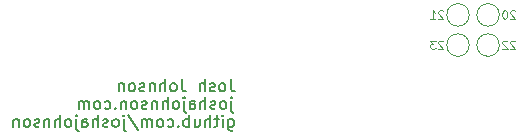
<source format=gbr>
G04 #@! TF.GenerationSoftware,KiCad,Pcbnew,(5.1.2)-1*
G04 #@! TF.CreationDate,2019-07-17T10:41:17+10:00*
G04 #@! TF.ProjectId,iCE40-fpga,69434534-302d-4667-9067-612e6b696361,rev?*
G04 #@! TF.SameCoordinates,Original*
G04 #@! TF.FileFunction,Legend,Bot*
G04 #@! TF.FilePolarity,Positive*
%FSLAX46Y46*%
G04 Gerber Fmt 4.6, Leading zero omitted, Abs format (unit mm)*
G04 Created by KiCad (PCBNEW (5.1.2)-1) date 2019-07-17 10:41:17*
%MOMM*%
%LPD*%
G04 APERTURE LIST*
%ADD10C,0.120000*%
%ADD11C,0.125000*%
%ADD12C,0.150000*%
G04 APERTURE END LIST*
D10*
X69850000Y-32550000D02*
G75*
G03X69850000Y-32550000I-950000J0D01*
G01*
X69850000Y-35100000D02*
G75*
G03X69850000Y-35100000I-950000J0D01*
G01*
X72400000Y-32550000D02*
G75*
G03X72400000Y-32550000I-950000J0D01*
G01*
X72400000Y-35100000D02*
G75*
G03X72400000Y-35100000I-950000J0D01*
G01*
D11*
X67633333Y-32233333D02*
X67600000Y-32200000D01*
X67533333Y-32166666D01*
X67366666Y-32166666D01*
X67300000Y-32200000D01*
X67266666Y-32233333D01*
X67233333Y-32300000D01*
X67233333Y-32366666D01*
X67266666Y-32466666D01*
X67666666Y-32866666D01*
X67233333Y-32866666D01*
X66566666Y-32866666D02*
X66966666Y-32866666D01*
X66766666Y-32866666D02*
X66766666Y-32166666D01*
X66833333Y-32266666D01*
X66900000Y-32333333D01*
X66966666Y-32366666D01*
X67633333Y-34783333D02*
X67600000Y-34750000D01*
X67533333Y-34716666D01*
X67366666Y-34716666D01*
X67300000Y-34750000D01*
X67266666Y-34783333D01*
X67233333Y-34850000D01*
X67233333Y-34916666D01*
X67266666Y-35016666D01*
X67666666Y-35416666D01*
X67233333Y-35416666D01*
X67000000Y-34716666D02*
X66566666Y-34716666D01*
X66800000Y-34983333D01*
X66700000Y-34983333D01*
X66633333Y-35016666D01*
X66600000Y-35050000D01*
X66566666Y-35116666D01*
X66566666Y-35283333D01*
X66600000Y-35350000D01*
X66633333Y-35383333D01*
X66700000Y-35416666D01*
X66900000Y-35416666D01*
X66966666Y-35383333D01*
X67000000Y-35350000D01*
X73733333Y-32233333D02*
X73700000Y-32200000D01*
X73633333Y-32166666D01*
X73466666Y-32166666D01*
X73400000Y-32200000D01*
X73366666Y-32233333D01*
X73333333Y-32300000D01*
X73333333Y-32366666D01*
X73366666Y-32466666D01*
X73766666Y-32866666D01*
X73333333Y-32866666D01*
X72900000Y-32166666D02*
X72833333Y-32166666D01*
X72766666Y-32200000D01*
X72733333Y-32233333D01*
X72700000Y-32300000D01*
X72666666Y-32433333D01*
X72666666Y-32600000D01*
X72700000Y-32733333D01*
X72733333Y-32800000D01*
X72766666Y-32833333D01*
X72833333Y-32866666D01*
X72900000Y-32866666D01*
X72966666Y-32833333D01*
X73000000Y-32800000D01*
X73033333Y-32733333D01*
X73066666Y-32600000D01*
X73066666Y-32433333D01*
X73033333Y-32300000D01*
X73000000Y-32233333D01*
X72966666Y-32200000D01*
X72900000Y-32166666D01*
X73733333Y-34783333D02*
X73700000Y-34750000D01*
X73633333Y-34716666D01*
X73466666Y-34716666D01*
X73400000Y-34750000D01*
X73366666Y-34783333D01*
X73333333Y-34850000D01*
X73333333Y-34916666D01*
X73366666Y-35016666D01*
X73766666Y-35416666D01*
X73333333Y-35416666D01*
X73066666Y-34783333D02*
X73033333Y-34750000D01*
X72966666Y-34716666D01*
X72800000Y-34716666D01*
X72733333Y-34750000D01*
X72700000Y-34783333D01*
X72666666Y-34850000D01*
X72666666Y-34916666D01*
X72700000Y-35016666D01*
X73100000Y-35416666D01*
X72666666Y-35416666D01*
D12*
X49457352Y-41367714D02*
X49457352Y-42177238D01*
X49504971Y-42272476D01*
X49552590Y-42320095D01*
X49647828Y-42367714D01*
X49790685Y-42367714D01*
X49885923Y-42320095D01*
X49457352Y-41986761D02*
X49552590Y-42034380D01*
X49743066Y-42034380D01*
X49838304Y-41986761D01*
X49885923Y-41939142D01*
X49933542Y-41843904D01*
X49933542Y-41558190D01*
X49885923Y-41462952D01*
X49838304Y-41415333D01*
X49743066Y-41367714D01*
X49552590Y-41367714D01*
X49457352Y-41415333D01*
X48981161Y-42034380D02*
X48981161Y-41367714D01*
X48981161Y-41034380D02*
X49028780Y-41082000D01*
X48981161Y-41129619D01*
X48933542Y-41082000D01*
X48981161Y-41034380D01*
X48981161Y-41129619D01*
X48647828Y-41367714D02*
X48266876Y-41367714D01*
X48504971Y-41034380D02*
X48504971Y-41891523D01*
X48457352Y-41986761D01*
X48362114Y-42034380D01*
X48266876Y-42034380D01*
X47933542Y-42034380D02*
X47933542Y-41034380D01*
X47504971Y-42034380D02*
X47504971Y-41510571D01*
X47552590Y-41415333D01*
X47647828Y-41367714D01*
X47790685Y-41367714D01*
X47885923Y-41415333D01*
X47933542Y-41462952D01*
X46600209Y-41367714D02*
X46600209Y-42034380D01*
X47028780Y-41367714D02*
X47028780Y-41891523D01*
X46981161Y-41986761D01*
X46885923Y-42034380D01*
X46743066Y-42034380D01*
X46647828Y-41986761D01*
X46600209Y-41939142D01*
X46124019Y-42034380D02*
X46124019Y-41034380D01*
X46124019Y-41415333D02*
X46028780Y-41367714D01*
X45838304Y-41367714D01*
X45743066Y-41415333D01*
X45695447Y-41462952D01*
X45647828Y-41558190D01*
X45647828Y-41843904D01*
X45695447Y-41939142D01*
X45743066Y-41986761D01*
X45838304Y-42034380D01*
X46028780Y-42034380D01*
X46124019Y-41986761D01*
X45219257Y-41939142D02*
X45171638Y-41986761D01*
X45219257Y-42034380D01*
X45266876Y-41986761D01*
X45219257Y-41939142D01*
X45219257Y-42034380D01*
X44314495Y-41986761D02*
X44409733Y-42034380D01*
X44600209Y-42034380D01*
X44695447Y-41986761D01*
X44743066Y-41939142D01*
X44790685Y-41843904D01*
X44790685Y-41558190D01*
X44743066Y-41462952D01*
X44695447Y-41415333D01*
X44600209Y-41367714D01*
X44409733Y-41367714D01*
X44314495Y-41415333D01*
X43743066Y-42034380D02*
X43838304Y-41986761D01*
X43885923Y-41939142D01*
X43933542Y-41843904D01*
X43933542Y-41558190D01*
X43885923Y-41462952D01*
X43838304Y-41415333D01*
X43743066Y-41367714D01*
X43600209Y-41367714D01*
X43504971Y-41415333D01*
X43457352Y-41462952D01*
X43409733Y-41558190D01*
X43409733Y-41843904D01*
X43457352Y-41939142D01*
X43504971Y-41986761D01*
X43600209Y-42034380D01*
X43743066Y-42034380D01*
X42981161Y-42034380D02*
X42981161Y-41367714D01*
X42981161Y-41462952D02*
X42933542Y-41415333D01*
X42838304Y-41367714D01*
X42695447Y-41367714D01*
X42600209Y-41415333D01*
X42552590Y-41510571D01*
X42552590Y-42034380D01*
X42552590Y-41510571D02*
X42504971Y-41415333D01*
X42409733Y-41367714D01*
X42266876Y-41367714D01*
X42171638Y-41415333D01*
X42124019Y-41510571D01*
X42124019Y-42034380D01*
X40933542Y-40986761D02*
X41790685Y-42272476D01*
X40600209Y-41367714D02*
X40600209Y-42224857D01*
X40647828Y-42320095D01*
X40743066Y-42367714D01*
X40790685Y-42367714D01*
X40600209Y-41034380D02*
X40647828Y-41082000D01*
X40600209Y-41129619D01*
X40552590Y-41082000D01*
X40600209Y-41034380D01*
X40600209Y-41129619D01*
X39981161Y-42034380D02*
X40076400Y-41986761D01*
X40124019Y-41939142D01*
X40171638Y-41843904D01*
X40171638Y-41558190D01*
X40124019Y-41462952D01*
X40076400Y-41415333D01*
X39981161Y-41367714D01*
X39838304Y-41367714D01*
X39743066Y-41415333D01*
X39695447Y-41462952D01*
X39647828Y-41558190D01*
X39647828Y-41843904D01*
X39695447Y-41939142D01*
X39743066Y-41986761D01*
X39838304Y-42034380D01*
X39981161Y-42034380D01*
X39266876Y-41986761D02*
X39171638Y-42034380D01*
X38981161Y-42034380D01*
X38885923Y-41986761D01*
X38838304Y-41891523D01*
X38838304Y-41843904D01*
X38885923Y-41748666D01*
X38981161Y-41701047D01*
X39124019Y-41701047D01*
X39219257Y-41653428D01*
X39266876Y-41558190D01*
X39266876Y-41510571D01*
X39219257Y-41415333D01*
X39124019Y-41367714D01*
X38981161Y-41367714D01*
X38885923Y-41415333D01*
X38409733Y-42034380D02*
X38409733Y-41034380D01*
X37981161Y-42034380D02*
X37981161Y-41510571D01*
X38028780Y-41415333D01*
X38124019Y-41367714D01*
X38266876Y-41367714D01*
X38362114Y-41415333D01*
X38409733Y-41462952D01*
X37076400Y-42034380D02*
X37076400Y-41510571D01*
X37124019Y-41415333D01*
X37219257Y-41367714D01*
X37409733Y-41367714D01*
X37504971Y-41415333D01*
X37076400Y-41986761D02*
X37171638Y-42034380D01*
X37409733Y-42034380D01*
X37504971Y-41986761D01*
X37552590Y-41891523D01*
X37552590Y-41796285D01*
X37504971Y-41701047D01*
X37409733Y-41653428D01*
X37171638Y-41653428D01*
X37076400Y-41605809D01*
X36600209Y-41367714D02*
X36600209Y-42224857D01*
X36647828Y-42320095D01*
X36743066Y-42367714D01*
X36790685Y-42367714D01*
X36600209Y-41034380D02*
X36647828Y-41082000D01*
X36600209Y-41129619D01*
X36552590Y-41082000D01*
X36600209Y-41034380D01*
X36600209Y-41129619D01*
X35981161Y-42034380D02*
X36076400Y-41986761D01*
X36124019Y-41939142D01*
X36171638Y-41843904D01*
X36171638Y-41558190D01*
X36124019Y-41462952D01*
X36076400Y-41415333D01*
X35981161Y-41367714D01*
X35838304Y-41367714D01*
X35743066Y-41415333D01*
X35695447Y-41462952D01*
X35647828Y-41558190D01*
X35647828Y-41843904D01*
X35695447Y-41939142D01*
X35743066Y-41986761D01*
X35838304Y-42034380D01*
X35981161Y-42034380D01*
X35219257Y-42034380D02*
X35219257Y-41034380D01*
X34790685Y-42034380D02*
X34790685Y-41510571D01*
X34838304Y-41415333D01*
X34933542Y-41367714D01*
X35076400Y-41367714D01*
X35171638Y-41415333D01*
X35219257Y-41462952D01*
X34314495Y-41367714D02*
X34314495Y-42034380D01*
X34314495Y-41462952D02*
X34266876Y-41415333D01*
X34171638Y-41367714D01*
X34028780Y-41367714D01*
X33933542Y-41415333D01*
X33885923Y-41510571D01*
X33885923Y-42034380D01*
X33457352Y-41986761D02*
X33362114Y-42034380D01*
X33171638Y-42034380D01*
X33076400Y-41986761D01*
X33028780Y-41891523D01*
X33028780Y-41843904D01*
X33076400Y-41748666D01*
X33171638Y-41701047D01*
X33314495Y-41701047D01*
X33409733Y-41653428D01*
X33457352Y-41558190D01*
X33457352Y-41510571D01*
X33409733Y-41415333D01*
X33314495Y-41367714D01*
X33171638Y-41367714D01*
X33076400Y-41415333D01*
X32457352Y-42034380D02*
X32552590Y-41986761D01*
X32600209Y-41939142D01*
X32647828Y-41843904D01*
X32647828Y-41558190D01*
X32600209Y-41462952D01*
X32552590Y-41415333D01*
X32457352Y-41367714D01*
X32314495Y-41367714D01*
X32219257Y-41415333D01*
X32171638Y-41462952D01*
X32124019Y-41558190D01*
X32124019Y-41843904D01*
X32171638Y-41939142D01*
X32219257Y-41986761D01*
X32314495Y-42034380D01*
X32457352Y-42034380D01*
X31695447Y-41367714D02*
X31695447Y-42034380D01*
X31695447Y-41462952D02*
X31647828Y-41415333D01*
X31552590Y-41367714D01*
X31409733Y-41367714D01*
X31314495Y-41415333D01*
X31266876Y-41510571D01*
X31266876Y-42034380D01*
X49702380Y-39835714D02*
X49702380Y-40692857D01*
X49750000Y-40788095D01*
X49845238Y-40835714D01*
X49892857Y-40835714D01*
X49702380Y-39502380D02*
X49750000Y-39550000D01*
X49702380Y-39597619D01*
X49654761Y-39550000D01*
X49702380Y-39502380D01*
X49702380Y-39597619D01*
X49083333Y-40502380D02*
X49178571Y-40454761D01*
X49226190Y-40407142D01*
X49273809Y-40311904D01*
X49273809Y-40026190D01*
X49226190Y-39930952D01*
X49178571Y-39883333D01*
X49083333Y-39835714D01*
X48940476Y-39835714D01*
X48845238Y-39883333D01*
X48797619Y-39930952D01*
X48750000Y-40026190D01*
X48750000Y-40311904D01*
X48797619Y-40407142D01*
X48845238Y-40454761D01*
X48940476Y-40502380D01*
X49083333Y-40502380D01*
X48369047Y-40454761D02*
X48273809Y-40502380D01*
X48083333Y-40502380D01*
X47988095Y-40454761D01*
X47940476Y-40359523D01*
X47940476Y-40311904D01*
X47988095Y-40216666D01*
X48083333Y-40169047D01*
X48226190Y-40169047D01*
X48321428Y-40121428D01*
X48369047Y-40026190D01*
X48369047Y-39978571D01*
X48321428Y-39883333D01*
X48226190Y-39835714D01*
X48083333Y-39835714D01*
X47988095Y-39883333D01*
X47511904Y-40502380D02*
X47511904Y-39502380D01*
X47083333Y-40502380D02*
X47083333Y-39978571D01*
X47130952Y-39883333D01*
X47226190Y-39835714D01*
X47369047Y-39835714D01*
X47464285Y-39883333D01*
X47511904Y-39930952D01*
X46178571Y-40502380D02*
X46178571Y-39978571D01*
X46226190Y-39883333D01*
X46321428Y-39835714D01*
X46511904Y-39835714D01*
X46607142Y-39883333D01*
X46178571Y-40454761D02*
X46273809Y-40502380D01*
X46511904Y-40502380D01*
X46607142Y-40454761D01*
X46654761Y-40359523D01*
X46654761Y-40264285D01*
X46607142Y-40169047D01*
X46511904Y-40121428D01*
X46273809Y-40121428D01*
X46178571Y-40073809D01*
X45702380Y-39835714D02*
X45702380Y-40692857D01*
X45750000Y-40788095D01*
X45845238Y-40835714D01*
X45892857Y-40835714D01*
X45702380Y-39502380D02*
X45750000Y-39550000D01*
X45702380Y-39597619D01*
X45654761Y-39550000D01*
X45702380Y-39502380D01*
X45702380Y-39597619D01*
X45083333Y-40502380D02*
X45178571Y-40454761D01*
X45226190Y-40407142D01*
X45273809Y-40311904D01*
X45273809Y-40026190D01*
X45226190Y-39930952D01*
X45178571Y-39883333D01*
X45083333Y-39835714D01*
X44940476Y-39835714D01*
X44845238Y-39883333D01*
X44797619Y-39930952D01*
X44750000Y-40026190D01*
X44750000Y-40311904D01*
X44797619Y-40407142D01*
X44845238Y-40454761D01*
X44940476Y-40502380D01*
X45083333Y-40502380D01*
X44321428Y-40502380D02*
X44321428Y-39502380D01*
X43892857Y-40502380D02*
X43892857Y-39978571D01*
X43940476Y-39883333D01*
X44035714Y-39835714D01*
X44178571Y-39835714D01*
X44273809Y-39883333D01*
X44321428Y-39930952D01*
X43416666Y-39835714D02*
X43416666Y-40502380D01*
X43416666Y-39930952D02*
X43369047Y-39883333D01*
X43273809Y-39835714D01*
X43130952Y-39835714D01*
X43035714Y-39883333D01*
X42988095Y-39978571D01*
X42988095Y-40502380D01*
X42559523Y-40454761D02*
X42464285Y-40502380D01*
X42273809Y-40502380D01*
X42178571Y-40454761D01*
X42130952Y-40359523D01*
X42130952Y-40311904D01*
X42178571Y-40216666D01*
X42273809Y-40169047D01*
X42416666Y-40169047D01*
X42511904Y-40121428D01*
X42559523Y-40026190D01*
X42559523Y-39978571D01*
X42511904Y-39883333D01*
X42416666Y-39835714D01*
X42273809Y-39835714D01*
X42178571Y-39883333D01*
X41559523Y-40502380D02*
X41654761Y-40454761D01*
X41702380Y-40407142D01*
X41750000Y-40311904D01*
X41750000Y-40026190D01*
X41702380Y-39930952D01*
X41654761Y-39883333D01*
X41559523Y-39835714D01*
X41416666Y-39835714D01*
X41321428Y-39883333D01*
X41273809Y-39930952D01*
X41226190Y-40026190D01*
X41226190Y-40311904D01*
X41273809Y-40407142D01*
X41321428Y-40454761D01*
X41416666Y-40502380D01*
X41559523Y-40502380D01*
X40797619Y-39835714D02*
X40797619Y-40502380D01*
X40797619Y-39930952D02*
X40750000Y-39883333D01*
X40654761Y-39835714D01*
X40511904Y-39835714D01*
X40416666Y-39883333D01*
X40369047Y-39978571D01*
X40369047Y-40502380D01*
X39892857Y-40407142D02*
X39845238Y-40454761D01*
X39892857Y-40502380D01*
X39940476Y-40454761D01*
X39892857Y-40407142D01*
X39892857Y-40502380D01*
X38988095Y-40454761D02*
X39083333Y-40502380D01*
X39273809Y-40502380D01*
X39369047Y-40454761D01*
X39416666Y-40407142D01*
X39464285Y-40311904D01*
X39464285Y-40026190D01*
X39416666Y-39930952D01*
X39369047Y-39883333D01*
X39273809Y-39835714D01*
X39083333Y-39835714D01*
X38988095Y-39883333D01*
X38416666Y-40502380D02*
X38511904Y-40454761D01*
X38559523Y-40407142D01*
X38607142Y-40311904D01*
X38607142Y-40026190D01*
X38559523Y-39930952D01*
X38511904Y-39883333D01*
X38416666Y-39835714D01*
X38273809Y-39835714D01*
X38178571Y-39883333D01*
X38130952Y-39930952D01*
X38083333Y-40026190D01*
X38083333Y-40311904D01*
X38130952Y-40407142D01*
X38178571Y-40454761D01*
X38273809Y-40502380D01*
X38416666Y-40502380D01*
X37654761Y-40502380D02*
X37654761Y-39835714D01*
X37654761Y-39930952D02*
X37607142Y-39883333D01*
X37511904Y-39835714D01*
X37369047Y-39835714D01*
X37273809Y-39883333D01*
X37226190Y-39978571D01*
X37226190Y-40502380D01*
X37226190Y-39978571D02*
X37178571Y-39883333D01*
X37083333Y-39835714D01*
X36940476Y-39835714D01*
X36845238Y-39883333D01*
X36797619Y-39978571D01*
X36797619Y-40502380D01*
X49645238Y-38002380D02*
X49645238Y-38716666D01*
X49692857Y-38859523D01*
X49788095Y-38954761D01*
X49930952Y-39002380D01*
X50026190Y-39002380D01*
X49026190Y-39002380D02*
X49121428Y-38954761D01*
X49169047Y-38907142D01*
X49216666Y-38811904D01*
X49216666Y-38526190D01*
X49169047Y-38430952D01*
X49121428Y-38383333D01*
X49026190Y-38335714D01*
X48883333Y-38335714D01*
X48788095Y-38383333D01*
X48740476Y-38430952D01*
X48692857Y-38526190D01*
X48692857Y-38811904D01*
X48740476Y-38907142D01*
X48788095Y-38954761D01*
X48883333Y-39002380D01*
X49026190Y-39002380D01*
X48311904Y-38954761D02*
X48216666Y-39002380D01*
X48026190Y-39002380D01*
X47930952Y-38954761D01*
X47883333Y-38859523D01*
X47883333Y-38811904D01*
X47930952Y-38716666D01*
X48026190Y-38669047D01*
X48169047Y-38669047D01*
X48264285Y-38621428D01*
X48311904Y-38526190D01*
X48311904Y-38478571D01*
X48264285Y-38383333D01*
X48169047Y-38335714D01*
X48026190Y-38335714D01*
X47930952Y-38383333D01*
X47454761Y-39002380D02*
X47454761Y-38002380D01*
X47026190Y-39002380D02*
X47026190Y-38478571D01*
X47073809Y-38383333D01*
X47169047Y-38335714D01*
X47311904Y-38335714D01*
X47407142Y-38383333D01*
X47454761Y-38430952D01*
X45502380Y-38002380D02*
X45502380Y-38716666D01*
X45550000Y-38859523D01*
X45645238Y-38954761D01*
X45788095Y-39002380D01*
X45883333Y-39002380D01*
X44883333Y-39002380D02*
X44978571Y-38954761D01*
X45026190Y-38907142D01*
X45073809Y-38811904D01*
X45073809Y-38526190D01*
X45026190Y-38430952D01*
X44978571Y-38383333D01*
X44883333Y-38335714D01*
X44740476Y-38335714D01*
X44645238Y-38383333D01*
X44597619Y-38430952D01*
X44550000Y-38526190D01*
X44550000Y-38811904D01*
X44597619Y-38907142D01*
X44645238Y-38954761D01*
X44740476Y-39002380D01*
X44883333Y-39002380D01*
X44121428Y-39002380D02*
X44121428Y-38002380D01*
X43692857Y-39002380D02*
X43692857Y-38478571D01*
X43740476Y-38383333D01*
X43835714Y-38335714D01*
X43978571Y-38335714D01*
X44073809Y-38383333D01*
X44121428Y-38430952D01*
X43216666Y-38335714D02*
X43216666Y-39002380D01*
X43216666Y-38430952D02*
X43169047Y-38383333D01*
X43073809Y-38335714D01*
X42930952Y-38335714D01*
X42835714Y-38383333D01*
X42788095Y-38478571D01*
X42788095Y-39002380D01*
X42359523Y-38954761D02*
X42264285Y-39002380D01*
X42073809Y-39002380D01*
X41978571Y-38954761D01*
X41930952Y-38859523D01*
X41930952Y-38811904D01*
X41978571Y-38716666D01*
X42073809Y-38669047D01*
X42216666Y-38669047D01*
X42311904Y-38621428D01*
X42359523Y-38526190D01*
X42359523Y-38478571D01*
X42311904Y-38383333D01*
X42216666Y-38335714D01*
X42073809Y-38335714D01*
X41978571Y-38383333D01*
X41359523Y-39002380D02*
X41454761Y-38954761D01*
X41502380Y-38907142D01*
X41550000Y-38811904D01*
X41550000Y-38526190D01*
X41502380Y-38430952D01*
X41454761Y-38383333D01*
X41359523Y-38335714D01*
X41216666Y-38335714D01*
X41121428Y-38383333D01*
X41073809Y-38430952D01*
X41026190Y-38526190D01*
X41026190Y-38811904D01*
X41073809Y-38907142D01*
X41121428Y-38954761D01*
X41216666Y-39002380D01*
X41359523Y-39002380D01*
X40597619Y-38335714D02*
X40597619Y-39002380D01*
X40597619Y-38430952D02*
X40550000Y-38383333D01*
X40454761Y-38335714D01*
X40311904Y-38335714D01*
X40216666Y-38383333D01*
X40169047Y-38478571D01*
X40169047Y-39002380D01*
M02*

</source>
